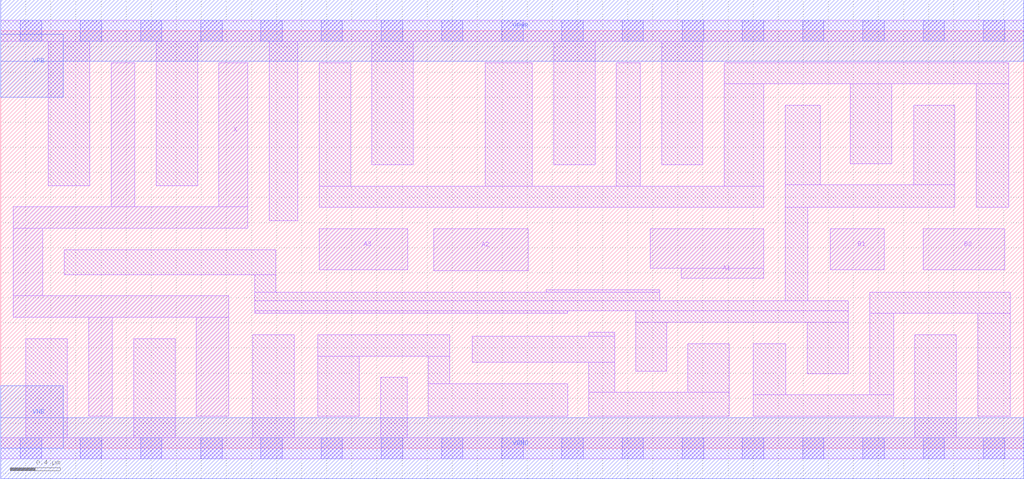
<source format=lef>
# Copyright 2020 The SkyWater PDK Authors
#
# Licensed under the Apache License, Version 2.0 (the "License");
# you may not use this file except in compliance with the License.
# You may obtain a copy of the License at
#
#     https://www.apache.org/licenses/LICENSE-2.0
#
# Unless required by applicable law or agreed to in writing, software
# distributed under the License is distributed on an "AS IS" BASIS,
# WITHOUT WARRANTIES OR CONDITIONS OF ANY KIND, either express or implied.
# See the License for the specific language governing permissions and
# limitations under the License.
#
# SPDX-License-Identifier: Apache-2.0

VERSION 5.5 ;
NAMESCASESENSITIVE ON ;
BUSBITCHARS "[]" ;
DIVIDERCHAR "/" ;
MACRO sky130_fd_sc_lp__a32o_4
  CLASS CORE ;
  SOURCE USER ;
  ORIGIN  0.000000  0.000000 ;
  SIZE  8.160000 BY  3.330000 ;
  SYMMETRY X Y R90 ;
  SITE unit ;
  PIN A1
    ANTENNAGATEAREA  0.630000 ;
    DIRECTION INPUT ;
    USE SIGNAL ;
    PORT
      LAYER li1 ;
        RECT 5.180000 1.435000 6.085000 1.750000 ;
        RECT 5.425000 1.355000 6.085000 1.435000 ;
    END
  END A1
  PIN A2
    ANTENNAGATEAREA  0.630000 ;
    DIRECTION INPUT ;
    USE SIGNAL ;
    PORT
      LAYER li1 ;
        RECT 3.455000 1.415000 4.205000 1.750000 ;
    END
  END A2
  PIN A3
    ANTENNAGATEAREA  0.630000 ;
    DIRECTION INPUT ;
    USE SIGNAL ;
    PORT
      LAYER li1 ;
        RECT 2.540000 1.425000 3.245000 1.750000 ;
    END
  END A3
  PIN B1
    ANTENNAGATEAREA  0.630000 ;
    DIRECTION INPUT ;
    USE SIGNAL ;
    PORT
      LAYER li1 ;
        RECT 6.615000 1.425000 7.045000 1.750000 ;
    END
  END B1
  PIN B2
    ANTENNAGATEAREA  0.630000 ;
    DIRECTION INPUT ;
    USE SIGNAL ;
    PORT
      LAYER li1 ;
        RECT 7.355000 1.425000 8.005000 1.750000 ;
    END
  END B2
  PIN X
    ANTENNADIFFAREA  1.176000 ;
    DIRECTION OUTPUT ;
    USE SIGNAL ;
    PORT
      LAYER li1 ;
        RECT 0.100000 1.045000 1.820000 1.215000 ;
        RECT 0.100000 1.215000 0.335000 1.755000 ;
        RECT 0.100000 1.755000 1.970000 1.925000 ;
        RECT 0.700000 0.255000 0.890000 1.045000 ;
        RECT 0.880000 1.925000 1.070000 3.075000 ;
        RECT 1.560000 0.255000 1.820000 1.045000 ;
        RECT 1.740000 1.925000 1.970000 3.075000 ;
    END
  END X
  PIN VGND
    DIRECTION INOUT ;
    USE GROUND ;
    PORT
      LAYER met1 ;
        RECT 0.000000 -0.245000 8.160000 0.245000 ;
    END
  END VGND
  PIN VNB
    DIRECTION INOUT ;
    USE GROUND ;
    PORT
    END
  END VNB
  PIN VPB
    DIRECTION INOUT ;
    USE POWER ;
    PORT
    END
  END VPB
  PIN VNB
    DIRECTION INOUT ;
    USE GROUND ;
    PORT
      LAYER met1 ;
        RECT 0.000000 0.000000 0.500000 0.500000 ;
    END
  END VNB
  PIN VPB
    DIRECTION INOUT ;
    USE POWER ;
    PORT
      LAYER met1 ;
        RECT 0.000000 2.800000 0.500000 3.300000 ;
    END
  END VPB
  PIN VPWR
    DIRECTION INOUT ;
    USE POWER ;
    PORT
      LAYER met1 ;
        RECT 0.000000 3.085000 8.160000 3.575000 ;
    END
  END VPWR
  OBS
    LAYER li1 ;
      RECT 0.000000 -0.085000 8.160000 0.085000 ;
      RECT 0.000000  3.245000 8.160000 3.415000 ;
      RECT 0.200000  0.085000 0.530000 0.875000 ;
      RECT 0.380000  2.095000 0.710000 3.245000 ;
      RECT 0.505000  1.385000 2.195000 1.585000 ;
      RECT 1.060000  0.085000 1.390000 0.875000 ;
      RECT 1.240000  2.095000 1.570000 3.245000 ;
      RECT 2.010000  0.085000 2.340000 0.905000 ;
      RECT 2.025000  1.075000 4.520000 1.095000 ;
      RECT 2.025000  1.095000 6.760000 1.175000 ;
      RECT 2.025000  1.175000 5.255000 1.245000 ;
      RECT 2.025000  1.245000 2.195000 1.385000 ;
      RECT 2.140000  1.815000 2.370000 3.245000 ;
      RECT 2.530000  0.255000 2.860000 0.735000 ;
      RECT 2.530000  0.735000 3.580000 0.905000 ;
      RECT 2.540000  1.920000 6.085000 2.090000 ;
      RECT 2.540000  2.090000 2.790000 3.075000 ;
      RECT 2.960000  2.260000 3.290000 3.245000 ;
      RECT 3.030000  0.085000 3.240000 0.565000 ;
      RECT 3.410000  0.255000 4.520000 0.515000 ;
      RECT 3.410000  0.515000 3.580000 0.735000 ;
      RECT 3.760000  0.685000 4.895000 0.895000 ;
      RECT 3.865000  2.090000 4.240000 3.075000 ;
      RECT 4.350000  1.245000 5.255000 1.265000 ;
      RECT 4.410000  2.260000 4.740000 3.245000 ;
      RECT 4.690000  0.255000 5.810000 0.445000 ;
      RECT 4.690000  0.445000 4.895000 0.685000 ;
      RECT 4.690000  0.895000 4.895000 0.925000 ;
      RECT 4.910000  2.090000 5.100000 3.075000 ;
      RECT 5.065000  0.615000 5.310000 1.005000 ;
      RECT 5.065000  1.005000 6.760000 1.095000 ;
      RECT 5.270000  2.260000 5.600000 3.245000 ;
      RECT 5.480000  0.445000 5.810000 0.835000 ;
      RECT 5.770000  2.090000 6.085000 2.905000 ;
      RECT 5.770000  2.905000 8.040000 3.075000 ;
      RECT 6.000000  0.255000 7.120000 0.425000 ;
      RECT 6.000000  0.425000 6.260000 0.835000 ;
      RECT 6.255000  1.175000 6.435000 1.920000 ;
      RECT 6.255000  1.920000 7.610000 2.100000 ;
      RECT 6.255000  2.100000 6.535000 2.735000 ;
      RECT 6.430000  0.595000 6.760000 1.005000 ;
      RECT 6.775000  2.270000 7.105000 2.905000 ;
      RECT 6.930000  0.425000 7.120000 1.075000 ;
      RECT 6.930000  1.075000 8.050000 1.245000 ;
      RECT 7.280000  2.100000 7.610000 2.735000 ;
      RECT 7.290000  0.085000 7.620000 0.905000 ;
      RECT 7.780000  1.920000 8.040000 2.905000 ;
      RECT 7.790000  0.255000 8.050000 1.075000 ;
    LAYER mcon ;
      RECT 0.155000 -0.085000 0.325000 0.085000 ;
      RECT 0.155000  3.245000 0.325000 3.415000 ;
      RECT 0.635000 -0.085000 0.805000 0.085000 ;
      RECT 0.635000  3.245000 0.805000 3.415000 ;
      RECT 1.115000 -0.085000 1.285000 0.085000 ;
      RECT 1.115000  3.245000 1.285000 3.415000 ;
      RECT 1.595000 -0.085000 1.765000 0.085000 ;
      RECT 1.595000  3.245000 1.765000 3.415000 ;
      RECT 2.075000 -0.085000 2.245000 0.085000 ;
      RECT 2.075000  3.245000 2.245000 3.415000 ;
      RECT 2.555000 -0.085000 2.725000 0.085000 ;
      RECT 2.555000  3.245000 2.725000 3.415000 ;
      RECT 3.035000 -0.085000 3.205000 0.085000 ;
      RECT 3.035000  3.245000 3.205000 3.415000 ;
      RECT 3.515000 -0.085000 3.685000 0.085000 ;
      RECT 3.515000  3.245000 3.685000 3.415000 ;
      RECT 3.995000 -0.085000 4.165000 0.085000 ;
      RECT 3.995000  3.245000 4.165000 3.415000 ;
      RECT 4.475000 -0.085000 4.645000 0.085000 ;
      RECT 4.475000  3.245000 4.645000 3.415000 ;
      RECT 4.955000 -0.085000 5.125000 0.085000 ;
      RECT 4.955000  3.245000 5.125000 3.415000 ;
      RECT 5.435000 -0.085000 5.605000 0.085000 ;
      RECT 5.435000  3.245000 5.605000 3.415000 ;
      RECT 5.915000 -0.085000 6.085000 0.085000 ;
      RECT 5.915000  3.245000 6.085000 3.415000 ;
      RECT 6.395000 -0.085000 6.565000 0.085000 ;
      RECT 6.395000  3.245000 6.565000 3.415000 ;
      RECT 6.875000 -0.085000 7.045000 0.085000 ;
      RECT 6.875000  3.245000 7.045000 3.415000 ;
      RECT 7.355000 -0.085000 7.525000 0.085000 ;
      RECT 7.355000  3.245000 7.525000 3.415000 ;
      RECT 7.835000 -0.085000 8.005000 0.085000 ;
      RECT 7.835000  3.245000 8.005000 3.415000 ;
  END
END sky130_fd_sc_lp__a32o_4
END LIBRARY

</source>
